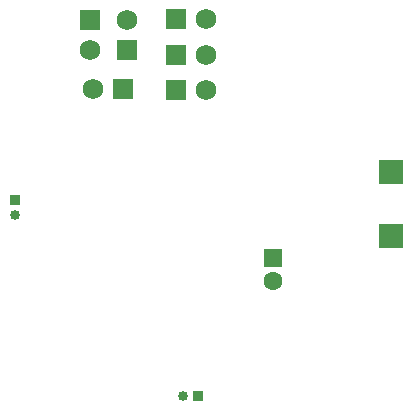
<source format=gbr>
%TF.GenerationSoftware,KiCad,Pcbnew,7.0.7*%
%TF.CreationDate,2024-10-25T00:06:54-07:00*%
%TF.ProjectId,PowerBoard_rev1.1,506f7765-7242-46f6-9172-645f72657631,rev?*%
%TF.SameCoordinates,Original*%
%TF.FileFunction,Soldermask,Bot*%
%TF.FilePolarity,Negative*%
%FSLAX46Y46*%
G04 Gerber Fmt 4.6, Leading zero omitted, Abs format (unit mm)*
G04 Created by KiCad (PCBNEW 7.0.7) date 2024-10-25 00:06:54*
%MOMM*%
%LPD*%
G01*
G04 APERTURE LIST*
G04 Aperture macros list*
%AMRoundRect*
0 Rectangle with rounded corners*
0 $1 Rounding radius*
0 $2 $3 $4 $5 $6 $7 $8 $9 X,Y pos of 4 corners*
0 Add a 4 corners polygon primitive as box body*
4,1,4,$2,$3,$4,$5,$6,$7,$8,$9,$2,$3,0*
0 Add four circle primitives for the rounded corners*
1,1,$1+$1,$2,$3*
1,1,$1+$1,$4,$5*
1,1,$1+$1,$6,$7*
1,1,$1+$1,$8,$9*
0 Add four rect primitives between the rounded corners*
20,1,$1+$1,$2,$3,$4,$5,0*
20,1,$1+$1,$4,$5,$6,$7,0*
20,1,$1+$1,$6,$7,$8,$9,0*
20,1,$1+$1,$8,$9,$2,$3,0*%
G04 Aperture macros list end*
%ADD10R,1.600000X1.600000*%
%ADD11C,1.600000*%
%ADD12RoundRect,0.102000X0.765000X0.765000X-0.765000X0.765000X-0.765000X-0.765000X0.765000X-0.765000X0*%
%ADD13C,1.734000*%
%ADD14RoundRect,0.102000X0.765000X-0.765000X0.765000X0.765000X-0.765000X0.765000X-0.765000X-0.765000X0*%
%ADD15RoundRect,0.102000X-0.765000X-0.765000X0.765000X-0.765000X0.765000X0.765000X-0.765000X0.765000X0*%
%ADD16RoundRect,0.102000X-0.765000X0.765000X-0.765000X-0.765000X0.765000X-0.765000X0.765000X0.765000X0*%
%ADD17R,0.850000X0.850000*%
%ADD18C,0.850000*%
%ADD19R,2.000000X2.000000*%
G04 APERTURE END LIST*
D10*
%TO.C,C2*%
X149250400Y-80721200D03*
D11*
X149250400Y-82721200D03*
%TD*%
D12*
%TO.C,J1*%
X140958500Y-60553600D03*
D13*
X143498500Y-60553600D03*
%TD*%
D14*
%TO.C,J6*%
X133745700Y-60608900D03*
D13*
X133745700Y-63148900D03*
%TD*%
D15*
%TO.C,J4*%
X136550400Y-66446400D03*
D13*
X134010400Y-66446400D03*
%TD*%
D12*
%TO.C,J2*%
X140958500Y-63550800D03*
D13*
X143498500Y-63550800D03*
%TD*%
D12*
%TO.C,J3*%
X140965700Y-66486400D03*
D13*
X143505700Y-66486400D03*
%TD*%
D16*
%TO.C,J5*%
X136855700Y-63163900D03*
D13*
X136855700Y-60623900D03*
%TD*%
D17*
%TO.C,J8*%
X127355600Y-75844400D03*
D18*
X127355600Y-77094400D03*
%TD*%
D19*
%TO.C,TP6*%
X159207200Y-78892400D03*
%TD*%
D17*
%TO.C,J7*%
X142864999Y-92448800D03*
D18*
X141614999Y-92448800D03*
%TD*%
D19*
%TO.C,TP5*%
X159207200Y-73507600D03*
%TD*%
M02*

</source>
